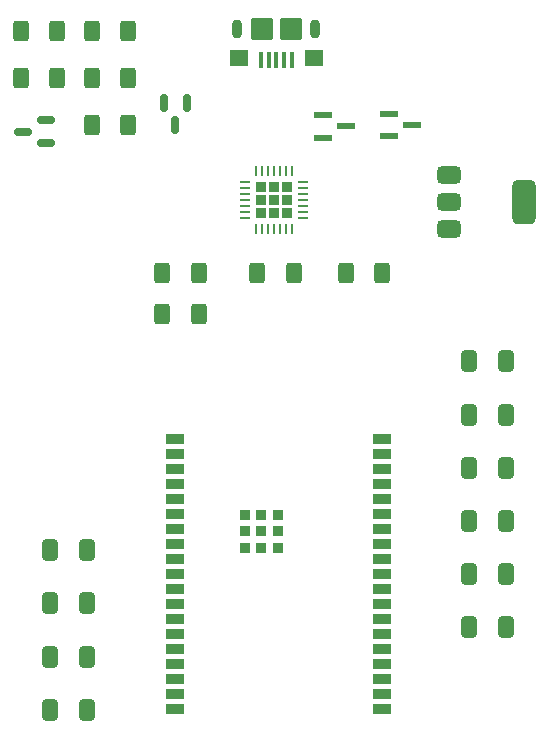
<source format=gbr>
%TF.GenerationSoftware,KiCad,Pcbnew,9.0.0*%
%TF.CreationDate,2025-03-28T11:35:54-04:00*%
%TF.ProjectId,Compute Node,436f6d70-7574-4652-904e-6f64652e6b69,rev?*%
%TF.SameCoordinates,Original*%
%TF.FileFunction,Paste,Top*%
%TF.FilePolarity,Positive*%
%FSLAX46Y46*%
G04 Gerber Fmt 4.6, Leading zero omitted, Abs format (unit mm)*
G04 Created by KiCad (PCBNEW 9.0.0) date 2025-03-28 11:35:54*
%MOMM*%
%LPD*%
G01*
G04 APERTURE LIST*
G04 Aperture macros list*
%AMRoundRect*
0 Rectangle with rounded corners*
0 $1 Rounding radius*
0 $2 $3 $4 $5 $6 $7 $8 $9 X,Y pos of 4 corners*
0 Add a 4 corners polygon primitive as box body*
4,1,4,$2,$3,$4,$5,$6,$7,$8,$9,$2,$3,0*
0 Add four circle primitives for the rounded corners*
1,1,$1+$1,$2,$3*
1,1,$1+$1,$4,$5*
1,1,$1+$1,$6,$7*
1,1,$1+$1,$8,$9*
0 Add four rect primitives between the rounded corners*
20,1,$1+$1,$2,$3,$4,$5,0*
20,1,$1+$1,$4,$5,$6,$7,0*
20,1,$1+$1,$6,$7,$8,$9,0*
20,1,$1+$1,$8,$9,$2,$3,0*%
G04 Aperture macros list end*
%ADD10RoundRect,0.250000X-0.412500X-0.650000X0.412500X-0.650000X0.412500X0.650000X-0.412500X0.650000X0*%
%ADD11RoundRect,0.250000X-0.400000X-0.625000X0.400000X-0.625000X0.400000X0.625000X-0.400000X0.625000X0*%
%ADD12RoundRect,0.250000X0.400000X0.625000X-0.400000X0.625000X-0.400000X-0.625000X0.400000X-0.625000X0*%
%ADD13RoundRect,0.100000X0.100000X0.575000X-0.100000X0.575000X-0.100000X-0.575000X0.100000X-0.575000X0*%
%ADD14O,0.900000X1.600000*%
%ADD15RoundRect,0.250000X0.550000X0.450000X-0.550000X0.450000X-0.550000X-0.450000X0.550000X-0.450000X0*%
%ADD16RoundRect,0.250000X0.700000X0.700000X-0.700000X0.700000X-0.700000X-0.700000X0.700000X-0.700000X0*%
%ADD17RoundRect,0.250000X0.412500X0.650000X-0.412500X0.650000X-0.412500X-0.650000X0.412500X-0.650000X0*%
%ADD18RoundRect,0.150000X0.587500X0.150000X-0.587500X0.150000X-0.587500X-0.150000X0.587500X-0.150000X0*%
%ADD19R,1.625600X0.609600*%
%ADD20RoundRect,0.225000X-0.225000X0.225000X-0.225000X-0.225000X0.225000X-0.225000X0.225000X0.225000X0*%
%ADD21RoundRect,0.062500X-0.062500X0.337500X-0.062500X-0.337500X0.062500X-0.337500X0.062500X0.337500X0*%
%ADD22RoundRect,0.062500X-0.337500X0.062500X-0.337500X-0.062500X0.337500X-0.062500X0.337500X0.062500X0*%
%ADD23R,1.500000X0.900000*%
%ADD24R,0.900000X0.900000*%
%ADD25RoundRect,0.375000X-0.625000X-0.375000X0.625000X-0.375000X0.625000X0.375000X-0.625000X0.375000X0*%
%ADD26RoundRect,0.500000X-0.500000X-1.400000X0.500000X-1.400000X0.500000X1.400000X-0.500000X1.400000X0*%
%ADD27RoundRect,0.150000X-0.150000X0.587500X-0.150000X-0.587500X0.150000X-0.587500X0.150000X0.587500X0*%
G04 APERTURE END LIST*
D10*
%TO.C,C9*%
X40375000Y-70500000D03*
X43500000Y-70500000D03*
%TD*%
D11*
%TO.C,R9*%
X49900000Y-38000000D03*
X53000000Y-38000000D03*
%TD*%
D12*
%TO.C,R2*%
X47000000Y-25500000D03*
X43900000Y-25500000D03*
%TD*%
D13*
%TO.C,J2*%
X60850000Y-20025000D03*
X60200000Y-20025000D03*
X59550000Y-20025000D03*
X58900000Y-20025000D03*
X58250000Y-20025000D03*
D14*
X62850000Y-17350000D03*
D15*
X62750000Y-19800000D03*
D16*
X60750000Y-17350000D03*
X58350000Y-17350000D03*
D15*
X56350000Y-19800000D03*
D14*
X56250000Y-17350000D03*
%TD*%
D10*
%TO.C,C10*%
X40375000Y-61500000D03*
X43500000Y-61500000D03*
%TD*%
D11*
%TO.C,R3*%
X43900000Y-21500000D03*
X47000000Y-21500000D03*
%TD*%
D17*
%TO.C,C5*%
X79000000Y-50000000D03*
X75875000Y-50000000D03*
%TD*%
D11*
%TO.C,R7*%
X57900000Y-38000000D03*
X61000000Y-38000000D03*
%TD*%
D17*
%TO.C,C2*%
X79000000Y-59000000D03*
X75875000Y-59000000D03*
%TD*%
D18*
%TO.C,Q1*%
X40000000Y-27000000D03*
X40000000Y-25100000D03*
X38125000Y-26050000D03*
%TD*%
D17*
%TO.C,C6*%
X79000000Y-45500000D03*
X75875000Y-45500000D03*
%TD*%
D19*
%TO.C,U5*%
X69105950Y-24547500D03*
X69105950Y-26452500D03*
X71000000Y-25500000D03*
%TD*%
D10*
%TO.C,C3*%
X40375000Y-66000000D03*
X43500000Y-66000000D03*
%TD*%
D20*
%TO.C,U3*%
X60470000Y-30730000D03*
X59350000Y-30730000D03*
X58230000Y-30730000D03*
X60470000Y-31850000D03*
X59350000Y-31850000D03*
X58230000Y-31850000D03*
X60470000Y-32970000D03*
X59350000Y-32970000D03*
X58230000Y-32970000D03*
D21*
X60850000Y-29400000D03*
X60350000Y-29400000D03*
X59850000Y-29400000D03*
X59350000Y-29400000D03*
X58850000Y-29400000D03*
X58350000Y-29400000D03*
X57850000Y-29400000D03*
D22*
X56900000Y-30350000D03*
X56900000Y-30850000D03*
X56900000Y-31350000D03*
X56900000Y-31850000D03*
X56900000Y-32350000D03*
X56900000Y-32850000D03*
X56900000Y-33350000D03*
D21*
X57850000Y-34300000D03*
X58350000Y-34300000D03*
X58850000Y-34300000D03*
X59350000Y-34300000D03*
X59850000Y-34300000D03*
X60350000Y-34300000D03*
X60850000Y-34300000D03*
D22*
X61800000Y-33350000D03*
X61800000Y-32850000D03*
X61800000Y-32350000D03*
X61800000Y-31850000D03*
X61800000Y-31350000D03*
X61800000Y-30850000D03*
X61800000Y-30350000D03*
%TD*%
D17*
%TO.C,C7*%
X79000000Y-63500000D03*
X75875000Y-63500000D03*
%TD*%
D23*
%TO.C,U1*%
X51000000Y-52105000D03*
X51000000Y-53375000D03*
X51000000Y-54645000D03*
X51000000Y-55915000D03*
X51000000Y-57185000D03*
X51000000Y-58455000D03*
X51000000Y-59725000D03*
X51000000Y-60995000D03*
X51000000Y-62265000D03*
X51000000Y-63535000D03*
X51000000Y-64805000D03*
X51000000Y-66075000D03*
X51000000Y-67345000D03*
X51000000Y-68615000D03*
X51000000Y-69885000D03*
X51000000Y-71155000D03*
X51000000Y-72425000D03*
X51000000Y-73695000D03*
X51000000Y-74965000D03*
X68500000Y-74965000D03*
X68500000Y-73695000D03*
X68500000Y-72425000D03*
X68500000Y-71155000D03*
X68500000Y-69885000D03*
X68500000Y-68615000D03*
X68500000Y-67345000D03*
X68500000Y-66075000D03*
X68500000Y-64805000D03*
X68500000Y-63535000D03*
X68500000Y-62265000D03*
X68500000Y-60995000D03*
X68500000Y-59725000D03*
X68500000Y-58455000D03*
X68500000Y-57185000D03*
X68500000Y-55915000D03*
X68500000Y-54645000D03*
X68500000Y-53375000D03*
X68500000Y-52105000D03*
D24*
X56845000Y-58500000D03*
X56850000Y-59900000D03*
X56850000Y-61300000D03*
X58250000Y-58500000D03*
X58250000Y-59900000D03*
X58250000Y-61300000D03*
X59650000Y-58500000D03*
X59650000Y-59900000D03*
X59650000Y-61300000D03*
%TD*%
D17*
%TO.C,C1*%
X79000000Y-68000000D03*
X75875000Y-68000000D03*
%TD*%
D19*
%TO.C,U4*%
X63504000Y-24649450D03*
X63504000Y-26554450D03*
X65398050Y-25601950D03*
%TD*%
D25*
%TO.C,U2*%
X74200000Y-29700000D03*
X74200000Y-32000000D03*
D26*
X80500000Y-32000000D03*
D25*
X74200000Y-34300000D03*
%TD*%
D12*
%TO.C,R8*%
X41000000Y-21500000D03*
X37900000Y-21500000D03*
%TD*%
D11*
%TO.C,R6*%
X49900000Y-41500000D03*
X53000000Y-41500000D03*
%TD*%
D10*
%TO.C,C4*%
X40375000Y-75000000D03*
X43500000Y-75000000D03*
%TD*%
D11*
%TO.C,R5*%
X37900000Y-17500000D03*
X41000000Y-17500000D03*
%TD*%
D27*
%TO.C,Q2*%
X51950000Y-23625000D03*
X50050000Y-23625000D03*
X51000000Y-25500000D03*
%TD*%
D17*
%TO.C,C8*%
X79000000Y-54500000D03*
X75875000Y-54500000D03*
%TD*%
D12*
%TO.C,R4*%
X47000000Y-17500000D03*
X43900000Y-17500000D03*
%TD*%
%TO.C,R1*%
X68500000Y-38000000D03*
X65400000Y-38000000D03*
%TD*%
M02*

</source>
